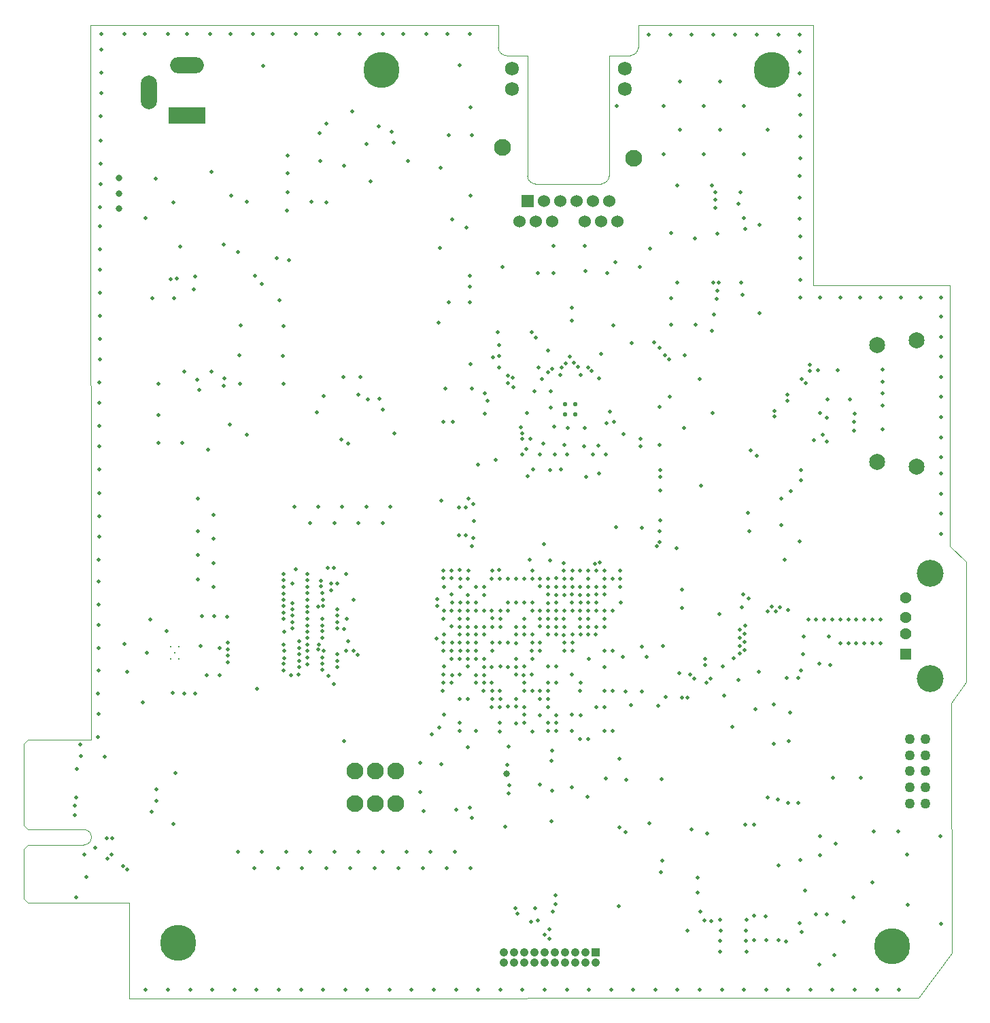
<source format=gbr>
G04 #@! TF.GenerationSoftware,KiCad,Pcbnew,(7.0.0)*
G04 #@! TF.CreationDate,2024-09-24T22:27:57+02:00*
G04 #@! TF.ProjectId,FPGA_dev_board,46504741-5f64-4657-965f-626f6172642e,rev?*
G04 #@! TF.SameCoordinates,Original*
G04 #@! TF.FileFunction,Copper,L7,Inr*
G04 #@! TF.FilePolarity,Positive*
%FSLAX46Y46*%
G04 Gerber Fmt 4.6, Leading zero omitted, Abs format (unit mm)*
G04 Created by KiCad (PCBNEW (7.0.0)) date 2024-09-24 22:27:57*
%MOMM*%
%LPD*%
G01*
G04 APERTURE LIST*
G04 #@! TA.AperFunction,ComponentPad*
%ADD10C,4.500000*%
G04 #@! TD*
G04 #@! TA.AperFunction,ComponentPad*
%ADD11C,0.300000*%
G04 #@! TD*
G04 #@! TA.AperFunction,ComponentPad*
%ADD12C,2.100000*%
G04 #@! TD*
G04 #@! TA.AperFunction,ComponentPad*
%ADD13R,1.530000X1.530000*%
G04 #@! TD*
G04 #@! TA.AperFunction,ComponentPad*
%ADD14C,1.530000*%
G04 #@! TD*
G04 #@! TA.AperFunction,ComponentPad*
%ADD15C,1.725000*%
G04 #@! TD*
G04 #@! TA.AperFunction,ComponentPad*
%ADD16R,4.600000X2.000000*%
G04 #@! TD*
G04 #@! TA.AperFunction,ComponentPad*
%ADD17O,4.200000X2.000000*%
G04 #@! TD*
G04 #@! TA.AperFunction,ComponentPad*
%ADD18O,2.000000X4.200000*%
G04 #@! TD*
G04 #@! TA.AperFunction,ComponentPad*
%ADD19R,1.060000X1.060000*%
G04 #@! TD*
G04 #@! TA.AperFunction,ComponentPad*
%ADD20C,1.060000*%
G04 #@! TD*
G04 #@! TA.AperFunction,ComponentPad*
%ADD21C,1.995000*%
G04 #@! TD*
G04 #@! TA.AperFunction,ComponentPad*
%ADD22C,1.270000*%
G04 #@! TD*
G04 #@! TA.AperFunction,ComponentPad*
%ADD23R,1.428000X1.428000*%
G04 #@! TD*
G04 #@! TA.AperFunction,ComponentPad*
%ADD24C,1.428000*%
G04 #@! TD*
G04 #@! TA.AperFunction,ComponentPad*
%ADD25C,3.346000*%
G04 #@! TD*
G04 #@! TA.AperFunction,ComponentPad*
%ADD26C,0.550000*%
G04 #@! TD*
G04 #@! TA.AperFunction,ViaPad*
%ADD27C,0.500000*%
G04 #@! TD*
G04 #@! TA.AperFunction,ViaPad*
%ADD28C,0.800000*%
G04 #@! TD*
G04 #@! TA.AperFunction,Profile*
%ADD29C,0.100000*%
G04 #@! TD*
G04 #@! TA.AperFunction,Profile*
%ADD30C,0.010000*%
G04 #@! TD*
G04 APERTURE END LIST*
D10*
X81640000Y-125240000D03*
D11*
X55420000Y-198590000D03*
X56420000Y-198590000D03*
X55920000Y-197840000D03*
X55420000Y-197090000D03*
X56420000Y-197090000D03*
D12*
X78370000Y-212590000D03*
X80910000Y-212590000D03*
X83450000Y-212590000D03*
D13*
X99833999Y-141559999D03*
D14*
X101866000Y-141560000D03*
X103898000Y-141560000D03*
X105930000Y-141560000D03*
X107962000Y-141560000D03*
X109994000Y-141560000D03*
X98818000Y-144100000D03*
X100850000Y-144100000D03*
X102882000Y-144100000D03*
X106946000Y-144100000D03*
X108978000Y-144100000D03*
X111010000Y-144100000D03*
D15*
X97889000Y-127590000D03*
X97889000Y-125050000D03*
X111939000Y-127590000D03*
X111939000Y-125050000D03*
D12*
X113069000Y-136230000D03*
X96759000Y-134830000D03*
D16*
X57459999Y-130879999D03*
D17*
X57459999Y-124579999D03*
D18*
X52659999Y-127979999D03*
D10*
X56360000Y-233980000D03*
D19*
X108279999Y-235229999D03*
D20*
X108280000Y-236500000D03*
X107010000Y-235230000D03*
X107010000Y-236500000D03*
X105740000Y-235230000D03*
X105740000Y-236500000D03*
X104470000Y-235230000D03*
X104470000Y-236500000D03*
X103200000Y-235230000D03*
X103200000Y-236500000D03*
X101930000Y-235230000D03*
X101930000Y-236500000D03*
X100660000Y-235230000D03*
X100660000Y-236500000D03*
X99390000Y-235230000D03*
X99390000Y-236500000D03*
X98120000Y-235230000D03*
X98120000Y-236500000D03*
X96850000Y-235230000D03*
X96850000Y-236500000D03*
D21*
X143370000Y-174020000D03*
X143370000Y-159520000D03*
X148320000Y-174620000D03*
X148320000Y-158920000D03*
D22*
X149400000Y-216620000D03*
X149400000Y-214620001D03*
X149400000Y-212620000D03*
X149400000Y-210619999D03*
X149400000Y-208620001D03*
X147399999Y-216620000D03*
X147399999Y-214620001D03*
X147399999Y-212620000D03*
X147399999Y-210619999D03*
X147399999Y-208620001D03*
D10*
X145270000Y-234470000D03*
D23*
X146969999Y-197979999D03*
D24*
X146970000Y-195480000D03*
X146970000Y-193480000D03*
X146970000Y-190980000D03*
D25*
X149970000Y-201050000D03*
X149970000Y-187910000D03*
D12*
X78370000Y-216680000D03*
X80910000Y-216680000D03*
X83450000Y-216680000D03*
D10*
X130270000Y-125210000D03*
D26*
X105795000Y-166885000D03*
X105795000Y-168135000D03*
X104545000Y-166885000D03*
X104545000Y-168135000D03*
D27*
X142810000Y-226460000D03*
X121780000Y-135670000D03*
X126780000Y-135670000D03*
X116780000Y-135670000D03*
X123780000Y-132670000D03*
X129780000Y-132670000D03*
X118780000Y-132670000D03*
X72794713Y-181642756D03*
X70794713Y-179642756D03*
X76780000Y-179670000D03*
X79780000Y-179670000D03*
X81780000Y-181670000D03*
X73780000Y-179670000D03*
X75780000Y-181670000D03*
X78780000Y-181670000D03*
X82780000Y-179670000D03*
X142780000Y-196670000D03*
X143780000Y-196670000D03*
X139780000Y-196670000D03*
X138780000Y-196670000D03*
X141780000Y-196670000D03*
X140780000Y-196670000D03*
X141780000Y-193670000D03*
X136780000Y-193670000D03*
X139780000Y-193670000D03*
X142780000Y-193670000D03*
X135780000Y-193670000D03*
X138780000Y-193670000D03*
X134780000Y-193670000D03*
X137780000Y-193670000D03*
X140780000Y-193670000D03*
X143780000Y-193670000D03*
X87780000Y-222670000D03*
X90780000Y-222670000D03*
X80780000Y-224670000D03*
X86780000Y-224670000D03*
X83780000Y-224670000D03*
X84780000Y-222670000D03*
X89821644Y-224669844D03*
X81780000Y-222670000D03*
X92780000Y-224670000D03*
X78780000Y-222670000D03*
X77780000Y-224670000D03*
X75780000Y-222670000D03*
X74821644Y-224669844D03*
X71780000Y-224670000D03*
X68780000Y-224670000D03*
X65780000Y-224670000D03*
X72780000Y-222670000D03*
X69780000Y-222670000D03*
X66780000Y-222670000D03*
X63780000Y-222670000D03*
X58780000Y-178670000D03*
X58780000Y-182670000D03*
X58780000Y-185670000D03*
X58780000Y-188670000D03*
X60780000Y-180670000D03*
X60780000Y-189670000D03*
X60780000Y-186670000D03*
X60780000Y-183670000D03*
X116780000Y-129670000D03*
X126780000Y-129670000D03*
X121780000Y-129670000D03*
X123780000Y-126670000D03*
X118780000Y-126670000D03*
X95407000Y-201600000D03*
X95432000Y-193575000D03*
X99407000Y-195600000D03*
X100382000Y-197625000D03*
X83270000Y-170510000D03*
X96432000Y-203575000D03*
X76650000Y-171260000D03*
X94444500Y-190637500D03*
X96432000Y-199575000D03*
X96432000Y-194625000D03*
X99382000Y-200625000D03*
X97407000Y-192600000D03*
X89070000Y-178860000D03*
X92470000Y-178610000D03*
X98400000Y-203610000D03*
X96307500Y-187560000D03*
X98432000Y-191575000D03*
X98407000Y-195600000D03*
X131070000Y-233680000D03*
X79750000Y-134420000D03*
X46760000Y-120740000D03*
X66910000Y-124690000D03*
X109620000Y-213490000D03*
X92700000Y-120740000D03*
X46660000Y-136900000D03*
X99432000Y-205575000D03*
X146102659Y-239860000D03*
X122984284Y-120810000D03*
X110432000Y-207625000D03*
X102407000Y-201600000D03*
X144060000Y-165540000D03*
X133770000Y-151340000D03*
X58990000Y-165110000D03*
X69502324Y-198512324D03*
X90407000Y-187575000D03*
X102432000Y-203625000D03*
X110420000Y-197590000D03*
X116240000Y-159800000D03*
X123480000Y-145600000D03*
X96432000Y-193650000D03*
X121040000Y-227740000D03*
X91382000Y-207625000D03*
X92950000Y-184560000D03*
X46620000Y-144700000D03*
X96130000Y-157900000D03*
X108210000Y-186790000D03*
X62450000Y-193370000D03*
X43647220Y-215858580D03*
X66105304Y-239860000D03*
X127450000Y-182660000D03*
X125675712Y-120810000D03*
X46550000Y-166690000D03*
X92700000Y-150890000D03*
X46590000Y-155890000D03*
X74810000Y-141680000D03*
X97450000Y-209560000D03*
X59160000Y-196990000D03*
X57829717Y-239860000D03*
X123860233Y-232471734D03*
X126920000Y-219250000D03*
X44930000Y-225790000D03*
X133960000Y-232640000D03*
X87220000Y-120740000D03*
X106432000Y-195600000D03*
X93407000Y-207575000D03*
X89407000Y-205575000D03*
X97407000Y-191600000D03*
X73754500Y-192076088D03*
X134130000Y-198030000D03*
X46690000Y-134030000D03*
X105387500Y-200577500D03*
X95432000Y-187625000D03*
X78950000Y-120740000D03*
X112010000Y-202720000D03*
X93190000Y-181410000D03*
X151280000Y-220730000D03*
X134390000Y-227450000D03*
X104410000Y-196590000D03*
X46570000Y-161290000D03*
X59270000Y-193240000D03*
X104407000Y-197600000D03*
X66770000Y-151900000D03*
X123690000Y-193050000D03*
X136291428Y-153560000D03*
X46590000Y-147570000D03*
X91432000Y-189630000D03*
X104432000Y-189625000D03*
X109382000Y-192575000D03*
X133770000Y-145957140D03*
X89370000Y-169106097D03*
X44620000Y-223000000D03*
X118490000Y-139630000D03*
X112080000Y-220210000D03*
X101130000Y-150490000D03*
X97407000Y-199600000D03*
X95432000Y-203575000D03*
X60020000Y-172550000D03*
X143795712Y-153560000D03*
X96300000Y-160890000D03*
X128220000Y-204900000D03*
X46560000Y-158760000D03*
X117490000Y-161310000D03*
X81820000Y-167550000D03*
X120292856Y-120810000D03*
X92720000Y-161880000D03*
X69440000Y-191230000D03*
X78220000Y-197610000D03*
X151360000Y-180531428D03*
X151330000Y-231620000D03*
X62820000Y-120740000D03*
X141372000Y-213448000D03*
X129580000Y-233690000D03*
X109432000Y-204625000D03*
X46640000Y-142300000D03*
X118517355Y-239860000D03*
X46760000Y-122670000D03*
X126690000Y-190610000D03*
X49630000Y-120740000D03*
X133750000Y-143780000D03*
X68863833Y-239860000D03*
X77470000Y-171810000D03*
X88173536Y-239860000D03*
X94444500Y-189637500D03*
X140450000Y-228330000D03*
X106407000Y-192600000D03*
X100419500Y-187612500D03*
X138180000Y-221610000D03*
X46730000Y-125540000D03*
X116320000Y-171980000D03*
X128070000Y-233690000D03*
X133750000Y-128340000D03*
X98382000Y-200600000D03*
X101966181Y-239860000D03*
X132550000Y-205290000D03*
X132310000Y-239860000D03*
X95432000Y-202600000D03*
X123400000Y-153710000D03*
X135068529Y-239860000D03*
X46520000Y-177990000D03*
X110530000Y-157030000D03*
X116727794Y-197046264D03*
X137510000Y-199400000D03*
X117050000Y-203380000D03*
X58290000Y-152520000D03*
X126070000Y-201210000D03*
X46500000Y-174960000D03*
X90930000Y-217400000D03*
X107483239Y-239860000D03*
X68130000Y-120740000D03*
X128730000Y-144520000D03*
X43717220Y-212328580D03*
X55380000Y-151290000D03*
X130540000Y-209220000D03*
X46410000Y-200050000D03*
X135720000Y-230490000D03*
X151340000Y-165975716D03*
X95850000Y-173840000D03*
X73530000Y-120740000D03*
X114120000Y-197130000D03*
X100407000Y-192600000D03*
X123820233Y-233791734D03*
X151340000Y-158471432D03*
X46670000Y-139430000D03*
X68920000Y-153880000D03*
X106407000Y-202600000D03*
X133750000Y-141088572D03*
X106432000Y-205625000D03*
X75365000Y-190030000D03*
X151360000Y-183032856D03*
X72415000Y-188830000D03*
X124034413Y-239860000D03*
X95410000Y-194600000D03*
X51920000Y-204050000D03*
X66184122Y-202325878D03*
X69440000Y-190455000D03*
X105070000Y-160960000D03*
X144070000Y-164030000D03*
X107432000Y-188625000D03*
X133750000Y-125648572D03*
X105320000Y-154840000D03*
X99432000Y-191625000D03*
X110241768Y-239860000D03*
X98432000Y-188600000D03*
X140585587Y-239860000D03*
X131058568Y-120810000D03*
X52460000Y-197860000D03*
X85415007Y-239860000D03*
X133750000Y-122957140D03*
X151360000Y-175528572D03*
X52900000Y-193730000D03*
X72950000Y-141640000D03*
X99407000Y-201600000D03*
X77139420Y-239860000D03*
X98070000Y-164730000D03*
X126650000Y-153210000D03*
X96290000Y-159530000D03*
X88490500Y-196085522D03*
X73639998Y-167850000D03*
X107419500Y-208612500D03*
X144070000Y-162530000D03*
X98407000Y-194600000D03*
X46540000Y-164160000D03*
X43627220Y-228318580D03*
X114910000Y-120810000D03*
X94500000Y-168040000D03*
X91432000Y-191600000D03*
X133770000Y-133528572D03*
X109382000Y-202575000D03*
X136250000Y-167950000D03*
X133770000Y-130837140D03*
X132060000Y-233810000D03*
X125340000Y-207070000D03*
X102430000Y-199583388D03*
X65690000Y-120740000D03*
X110830000Y-182220000D03*
X100457000Y-207650000D03*
X105330000Y-156450000D03*
X133790000Y-153560000D03*
X60290000Y-120740000D03*
X104724710Y-239860000D03*
X126090000Y-141860000D03*
X63760000Y-147890000D03*
X100432000Y-188625000D03*
X116990000Y-160730000D03*
X93680000Y-174410000D03*
X137330000Y-195840000D03*
X137827058Y-239860000D03*
X46490000Y-180860000D03*
X107444000Y-198611000D03*
X136150000Y-199190000D03*
X99870000Y-175870000D03*
X74380891Y-239860000D03*
X64090000Y-157070000D03*
X133770000Y-136220000D03*
X151300000Y-153560000D03*
X136160000Y-236720000D03*
X133750000Y-231540000D03*
X52160000Y-120740000D03*
X115960000Y-184530000D03*
X62040000Y-164590000D03*
X52312659Y-239860000D03*
X139970000Y-166270000D03*
X133910000Y-200020000D03*
X147220000Y-229230000D03*
X142950000Y-220100000D03*
X104380000Y-186680000D03*
X55071188Y-239860000D03*
X46500000Y-183390000D03*
X98457000Y-198575000D03*
X128367140Y-120810000D03*
X151340000Y-173480000D03*
X147130000Y-223040000D03*
X69490000Y-196830000D03*
X96420000Y-206590000D03*
X129551471Y-239860000D03*
X74760000Y-131930000D03*
X90932065Y-239860000D03*
X76400000Y-120740000D03*
X96420000Y-196560000D03*
X93080000Y-183530000D03*
X90390000Y-197605000D03*
X137200000Y-166250000D03*
X123220000Y-142370000D03*
X124136100Y-199520000D03*
X46390000Y-205450000D03*
X122680000Y-231290000D03*
X60860000Y-193290000D03*
X138500000Y-162670000D03*
X46360000Y-208320000D03*
X98382000Y-199625000D03*
X64079904Y-164357712D03*
X151340000Y-170978572D03*
X46710000Y-130940000D03*
X133750000Y-138397140D03*
X122780000Y-157699000D03*
X46570000Y-152970000D03*
X151340000Y-155970000D03*
X141294284Y-153560000D03*
X146297140Y-153560000D03*
X124350000Y-203210000D03*
X73829500Y-196829500D03*
X144060000Y-170030000D03*
X138792856Y-153560000D03*
X46380000Y-202920000D03*
X55750000Y-141690000D03*
X103382000Y-193625000D03*
X80310000Y-139100000D03*
X64920000Y-141610000D03*
X94540000Y-165510000D03*
X143344116Y-239860000D03*
X91407000Y-187550000D03*
X46530000Y-172090000D03*
X97350000Y-211850000D03*
X57070000Y-202970000D03*
X92670000Y-217180000D03*
X137880000Y-213448000D03*
X123830000Y-231120000D03*
X103070000Y-150520000D03*
X131130000Y-224360000D03*
X69490000Y-200055000D03*
X62010000Y-146930000D03*
X151340000Y-160972860D03*
X132360000Y-208830000D03*
X82656478Y-239860000D03*
X46460000Y-188990000D03*
X55030000Y-120740000D03*
X122880000Y-167970000D03*
X60588246Y-239860000D03*
X101370000Y-189590000D03*
X102650000Y-186340000D03*
X93407000Y-196600000D03*
X148798568Y-153560000D03*
X96340000Y-162320000D03*
X46600000Y-150100000D03*
X104420000Y-171980000D03*
X90390000Y-192590000D03*
X126792942Y-239860000D03*
X65930000Y-150890000D03*
X69860000Y-142730000D03*
X96407000Y-202600000D03*
X58420000Y-202930000D03*
X71000000Y-120740000D03*
X136040000Y-162660000D03*
X92770000Y-129900000D03*
X76165000Y-194030000D03*
X46430000Y-191860000D03*
X90540000Y-169096097D03*
X92720000Y-140860000D03*
X74490000Y-165830002D03*
X100407000Y-202600000D03*
X71622362Y-239860000D03*
X111394500Y-187612500D03*
X53860000Y-168230000D03*
X81820000Y-120740000D03*
X123820233Y-235131734D03*
X97072400Y-219550500D03*
X57420000Y-120740000D03*
X70565000Y-194030000D03*
X95407000Y-199600000D03*
X84350000Y-120740000D03*
X83180000Y-134290000D03*
X151340000Y-168477144D03*
X101382000Y-193625000D03*
X62920000Y-140870000D03*
X46520000Y-169560000D03*
X103407000Y-206600000D03*
X63996200Y-160810000D03*
X69490000Y-188830000D03*
X115758826Y-239860000D03*
X151360000Y-178030000D03*
X114090000Y-202690000D03*
X101230000Y-162290000D03*
X133770000Y-148648572D03*
X63346775Y-239860000D03*
X53890000Y-164350000D03*
X100407000Y-196625000D03*
X112810000Y-159250000D03*
X113000297Y-239860000D03*
X91432000Y-188590000D03*
X109720000Y-150540000D03*
X69490000Y-192830000D03*
X69990000Y-138120000D03*
X77240000Y-188030000D03*
X115630000Y-159140000D03*
X56140000Y-151240000D03*
X59890000Y-200650000D03*
X93110000Y-179300000D03*
X46440000Y-194390000D03*
X133800000Y-223690000D03*
X99394000Y-199586000D03*
X144020000Y-167030000D03*
X79897949Y-239860000D03*
X46470000Y-186260000D03*
X99432000Y-194625000D03*
X107030000Y-150310000D03*
X117710000Y-153629000D03*
X108960000Y-160600000D03*
X112090000Y-213660000D03*
X89830000Y-120740000D03*
X69950000Y-135910000D03*
X121275884Y-239860000D03*
X93430000Y-191590000D03*
X61500000Y-200640000D03*
X138070000Y-235550000D03*
X75750500Y-201725521D03*
X97407000Y-196600000D03*
X92432000Y-190625000D03*
X100840000Y-158540000D03*
X118440000Y-151709000D03*
X109408500Y-194601500D03*
X92407000Y-203600000D03*
X46410000Y-197260000D03*
X46740000Y-128070000D03*
X131450000Y-181940000D03*
X69950000Y-140450000D03*
X73980000Y-133110000D03*
X130520000Y-204290000D03*
X151340000Y-163474288D03*
X117601428Y-120810000D03*
X133750000Y-120810000D03*
X120240000Y-219870000D03*
X128630000Y-200230000D03*
X121370000Y-230090000D03*
X128690000Y-155529000D03*
X108810000Y-186559500D03*
X122190000Y-220360000D03*
X128060000Y-230660000D03*
X101382000Y-196625000D03*
X99400000Y-202580000D03*
X98432500Y-196632500D03*
X127370000Y-191120000D03*
X117700000Y-156919000D03*
X100407000Y-195575000D03*
X101361921Y-188633502D03*
X120730000Y-156959000D03*
X129520000Y-230680000D03*
X100419500Y-198612500D03*
X123030000Y-155729000D03*
X100432000Y-191600000D03*
X132080000Y-200990000D03*
X78760000Y-165680000D03*
X90450000Y-143860000D03*
X58690000Y-163800000D03*
X69410000Y-160860000D03*
D28*
X49000000Y-140660000D03*
D27*
X69450000Y-157130000D03*
X79030000Y-163510000D03*
X122930000Y-151719000D03*
X123190000Y-141380000D03*
X123450000Y-152699000D03*
X69450000Y-164360000D03*
X122840000Y-139620000D03*
X135500000Y-171370000D03*
D28*
X48980000Y-138700000D03*
D27*
X53130000Y-153680000D03*
X76920000Y-163480000D03*
X77980000Y-130410000D03*
X89580000Y-164910000D03*
X57100000Y-162820000D03*
X79950000Y-166270000D03*
X90000000Y-154170000D03*
D28*
X48960000Y-142470000D03*
D27*
X92875000Y-133315000D03*
X58440000Y-150970000D03*
X88950000Y-147420000D03*
X119050000Y-192280000D03*
X111270000Y-219580000D03*
X121850000Y-231200000D03*
X121420000Y-176990000D03*
X137070000Y-168570000D03*
X114120000Y-182270000D03*
X136570000Y-170650000D03*
X103432000Y-201600000D03*
X111280000Y-211020000D03*
X102610000Y-175050000D03*
X106920000Y-172130000D03*
X116340000Y-175890000D03*
X131870000Y-186230000D03*
X106432000Y-191575000D03*
X119400000Y-160730000D03*
X146040000Y-220120000D03*
X103970000Y-174980000D03*
X107166847Y-175888173D03*
X136220000Y-220750000D03*
X131460000Y-178610000D03*
X121290000Y-163740000D03*
X108770000Y-175520000D03*
X102407000Y-206600000D03*
X96725000Y-149790000D03*
X109407000Y-207600000D03*
X119110000Y-189950000D03*
X109432000Y-199625000D03*
X114690000Y-198380000D03*
X121040000Y-225870000D03*
X106394500Y-208587500D03*
X91350000Y-124590000D03*
X102750000Y-165290000D03*
X105330000Y-214590000D03*
X116150000Y-204430000D03*
X101407000Y-192600000D03*
X94890000Y-166410000D03*
X127020000Y-233760000D03*
X137100000Y-230490000D03*
X126510500Y-192160000D03*
X43470000Y-216919080D03*
X113880000Y-172150000D03*
X103369500Y-199587500D03*
X105407000Y-197600000D03*
X106388500Y-187601500D03*
X132580000Y-177660000D03*
X139230000Y-231380000D03*
X97460000Y-215380000D03*
X98432000Y-206625000D03*
X111710000Y-198320000D03*
X101407000Y-203600000D03*
X113810000Y-149780000D03*
X108407000Y-194600000D03*
X137130000Y-171540000D03*
X125490000Y-198540000D03*
X76980000Y-208860000D03*
X84990000Y-136540000D03*
X108407000Y-204600000D03*
X110432000Y-192625000D03*
X109432000Y-190600000D03*
X111760000Y-170550000D03*
X128020000Y-219270000D03*
X109382000Y-197575000D03*
X118700000Y-200410000D03*
X43440000Y-218090000D03*
X103400000Y-188560000D03*
X118420000Y-184800000D03*
X49950000Y-200220000D03*
X110432000Y-202625000D03*
X74000000Y-136590000D03*
X86440000Y-215230000D03*
X105382000Y-205575000D03*
X99800000Y-167990000D03*
X105407000Y-195575000D03*
X89000000Y-137380000D03*
X127080000Y-235140000D03*
X89070000Y-211730000D03*
X88730000Y-156710000D03*
X127070000Y-232440000D03*
X76990000Y-137160000D03*
X136230000Y-223080000D03*
X106432000Y-201575000D03*
X102883485Y-210012077D03*
X103432000Y-192575000D03*
X127100000Y-231120000D03*
X100570000Y-174970000D03*
X133580000Y-200990000D03*
X134230000Y-195830000D03*
X116350000Y-181350000D03*
X49640000Y-196790000D03*
X44200000Y-210760000D03*
X46030000Y-222110000D03*
X47220000Y-210810000D03*
X60500000Y-137890000D03*
X55850000Y-153680000D03*
X68620000Y-148660000D03*
X70160000Y-148930000D03*
X95407000Y-204600000D03*
X62800000Y-169370000D03*
X91407000Y-192600000D03*
X92920000Y-218440000D03*
X94382000Y-202575000D03*
X69465000Y-189630000D03*
X69527500Y-197630000D03*
X94432000Y-194625000D03*
X77215000Y-197630000D03*
X69490000Y-192030000D03*
X53870000Y-171700000D03*
X76165000Y-194830000D03*
X91407000Y-203600000D03*
X75765000Y-187280000D03*
X91407000Y-195600000D03*
X92407000Y-198600000D03*
X78650000Y-198070500D03*
X70565000Y-193230000D03*
X56870000Y-171670000D03*
X89440000Y-189630000D03*
X91407000Y-206600000D03*
X55690000Y-202860000D03*
X69490000Y-199230000D03*
X70565000Y-194830000D03*
X77310000Y-193580000D03*
X92420000Y-209610000D03*
X89390000Y-200580000D03*
X96350000Y-207640000D03*
X61470000Y-197240000D03*
X69490000Y-188030000D03*
X78194479Y-191229500D03*
X64880000Y-170650000D03*
X100075715Y-186239500D03*
X102720000Y-167280000D03*
X109710000Y-169270000D03*
X100350000Y-157880000D03*
X100740000Y-165240000D03*
X98030000Y-163530000D03*
X116250000Y-167200000D03*
X126920000Y-145030000D03*
X102380000Y-160170000D03*
X126740000Y-143640000D03*
X117710000Y-145510000D03*
X101820000Y-171780000D03*
X106950000Y-169840000D03*
X120710000Y-146220000D03*
X100200000Y-171190000D03*
X93400000Y-189610000D03*
X95407000Y-188600000D03*
X97420000Y-163270000D03*
X99432000Y-188625000D03*
X54930000Y-195180000D03*
X69490000Y-193605000D03*
X77480000Y-196450000D03*
X62490000Y-196600000D03*
X62490000Y-199060000D03*
X62490000Y-198190000D03*
X62490000Y-197390000D03*
X92130000Y-183200000D03*
X92432000Y-188625000D03*
X92120000Y-179720000D03*
X49449732Y-224401092D03*
X91340000Y-183190000D03*
X92502000Y-187610000D03*
X91330000Y-179740000D03*
X49944708Y-224896068D03*
X110080000Y-167760000D03*
X117530000Y-165970000D03*
X106990000Y-147120000D03*
X103100000Y-147150000D03*
X108710000Y-163670000D03*
X101600000Y-163740000D03*
X103910853Y-163238917D03*
X106420000Y-163190609D03*
X116370000Y-175040000D03*
X102407000Y-188600000D03*
X104407000Y-188625000D03*
X116390000Y-177600000D03*
X105407000Y-187600000D03*
X116300000Y-182700000D03*
X116320000Y-184020000D03*
X105382000Y-188625000D03*
X102407000Y-189625000D03*
X133710000Y-183940000D03*
X133910000Y-176370000D03*
X104382000Y-187600000D03*
X44137220Y-209318580D03*
X107280000Y-215780000D03*
X102394500Y-202587500D03*
X55960000Y-212850000D03*
X132300000Y-216600000D03*
X131000000Y-216120000D03*
X102419500Y-204612500D03*
X102860000Y-218890000D03*
X55770000Y-219190000D03*
X129720000Y-215910000D03*
X53597220Y-214888580D03*
X97570000Y-214350000D03*
X101420500Y-202593139D03*
X53047220Y-217668580D03*
X102407000Y-193600000D03*
X102870000Y-215030000D03*
X48022386Y-223003414D03*
X94432000Y-192625000D03*
X95407000Y-192600000D03*
X47492054Y-223533746D03*
X96407000Y-188600000D03*
X48137220Y-220958580D03*
X47437220Y-220958580D03*
X97407000Y-188600000D03*
X133580000Y-216570000D03*
X53597220Y-216308580D03*
X101407000Y-205600000D03*
X102840000Y-211330000D03*
X107845269Y-162755984D03*
X105603285Y-161696560D03*
X107364435Y-162275150D03*
X106084119Y-162177394D03*
X97420000Y-164240000D03*
X95570000Y-161060000D03*
X110790000Y-149150000D03*
X115090000Y-147450000D03*
X110910000Y-129730000D03*
X104090487Y-162284697D03*
X104571321Y-161803863D03*
X102867295Y-162446461D03*
X102386461Y-162927295D03*
X119060000Y-203480000D03*
X134960000Y-161980000D03*
X102382000Y-194600000D03*
X121990000Y-199340000D03*
X130587967Y-167719859D03*
X107432000Y-195600000D03*
X108357000Y-195550000D03*
X130587967Y-168419859D03*
X121990000Y-198640000D03*
X127300000Y-180370000D03*
X140540000Y-168020000D03*
X105407000Y-196600000D03*
X140510000Y-169040000D03*
X127630000Y-172650000D03*
X106369500Y-193637500D03*
X140460000Y-170150000D03*
X128400000Y-173320000D03*
X107369500Y-193637500D03*
X105382000Y-207575000D03*
X102590000Y-232300000D03*
X102560000Y-233480000D03*
X103310000Y-229200000D03*
X101930000Y-233020000D03*
X100280000Y-231390000D03*
X102382000Y-207575000D03*
X103320000Y-228060000D03*
X96449123Y-239860000D03*
X99207652Y-239860000D03*
X93690594Y-239860000D03*
X103407000Y-205603000D03*
X103382000Y-207575000D03*
X102980000Y-230070000D03*
X101130000Y-231200000D03*
X98340000Y-229710000D03*
X98550000Y-230400000D03*
X100800000Y-229670000D03*
X101421000Y-194586000D03*
X134950000Y-162680000D03*
X119760000Y-203480000D03*
X122631799Y-201041467D03*
X133954834Y-163694834D03*
X104382000Y-193625000D03*
X104407000Y-194600000D03*
X134485166Y-164225166D03*
X122101467Y-201571799D03*
X92230000Y-144840000D03*
X123650000Y-151750000D03*
X92650000Y-152180000D03*
X92690000Y-154160000D03*
X123230000Y-140450000D03*
X60490000Y-162790000D03*
X90030000Y-133310000D03*
X116550000Y-213630000D03*
X101390000Y-214280000D03*
X115010000Y-219130000D03*
X99432000Y-193625000D03*
X112760000Y-204360000D03*
X81380000Y-166220000D03*
X52280000Y-143650000D03*
X56560000Y-147180000D03*
X126400000Y-151700000D03*
X126360000Y-140420000D03*
X62130000Y-163620000D03*
X53510000Y-138720000D03*
X82910000Y-132920000D03*
X72440000Y-197630000D03*
X95420000Y-197560000D03*
X90415000Y-200605000D03*
X74315000Y-198455000D03*
X93407000Y-198600000D03*
X72440000Y-198430000D03*
X71365000Y-198030000D03*
X94407000Y-199600000D03*
X90407000Y-201600000D03*
X76165000Y-198830000D03*
X95440000Y-196577000D03*
X71365000Y-198830000D03*
X76165000Y-199630000D03*
X92395000Y-199580000D03*
X71365000Y-199630000D03*
X89250000Y-202590000D03*
X94440000Y-200605000D03*
X75040000Y-200760000D03*
X72415000Y-199255000D03*
X94430000Y-198600000D03*
X74315000Y-196030000D03*
X93394500Y-197587500D03*
X89394500Y-201612500D03*
X74315000Y-199230000D03*
X74440000Y-197630500D03*
X89407000Y-199575000D03*
X71290000Y-200520000D03*
X90407000Y-198600000D03*
X74315000Y-200005000D03*
X94432000Y-201600000D03*
X71365000Y-197230000D03*
X94419500Y-195587500D03*
X91415000Y-200555000D03*
X76140000Y-198005000D03*
X91420000Y-198590000D03*
X72440000Y-196830000D03*
X91432000Y-197625000D03*
X77020000Y-194850000D03*
X70360000Y-200650000D03*
X93382500Y-192605000D03*
X71365000Y-196430000D03*
X72390000Y-194430000D03*
X89394500Y-197587500D03*
X72390000Y-195230000D03*
X92432000Y-197600000D03*
X92432000Y-195600000D03*
X72415000Y-196030000D03*
X69540000Y-195230000D03*
X92407000Y-196625000D03*
X108407000Y-189600000D03*
X110610000Y-169050000D03*
X108394500Y-191612500D03*
X107990000Y-173110000D03*
X103382000Y-191625000D03*
X101910000Y-184290000D03*
X107382000Y-192600000D03*
X113920000Y-171160000D03*
X104394500Y-190637500D03*
X104790000Y-173130000D03*
X96432000Y-192625000D03*
X103369500Y-190637500D03*
X103250000Y-173130000D03*
X105394500Y-190612500D03*
X101400000Y-173130000D03*
X105394500Y-191612500D03*
X99160000Y-173150000D03*
X109560000Y-173100000D03*
X106394500Y-189612500D03*
X133930000Y-175050000D03*
X101407000Y-197600000D03*
X105408500Y-189598500D03*
X100400000Y-200590000D03*
X86440000Y-211550000D03*
X88820000Y-207160000D03*
X96407000Y-204600000D03*
X116580000Y-223750000D03*
X107382000Y-194625000D03*
X106382000Y-194650000D03*
X116470000Y-225220000D03*
X119740000Y-232450000D03*
X104382000Y-195625000D03*
X103446000Y-194614000D03*
X111220000Y-229430000D03*
X74360000Y-192030000D03*
X93432000Y-195600000D03*
X91419500Y-193587500D03*
X72415000Y-191230000D03*
X93440000Y-200605000D03*
X74293434Y-194480000D03*
X74293434Y-195180000D03*
X93440000Y-201575500D03*
X74315000Y-193630000D03*
X91419500Y-194612500D03*
X92444500Y-194637500D03*
X70590000Y-192455000D03*
X75370000Y-189230000D03*
X92400000Y-191590000D03*
X89394500Y-193587500D03*
X74315000Y-190430000D03*
X90394500Y-194587500D03*
X74381811Y-191230000D03*
X72440000Y-190430000D03*
X89419500Y-192587500D03*
X89419500Y-195587500D03*
X76160000Y-192420000D03*
X92419500Y-193587500D03*
X70565000Y-191630000D03*
X89394500Y-196587500D03*
X76165000Y-193230000D03*
X72390000Y-193630500D03*
X93432000Y-194625000D03*
X92432000Y-192625000D03*
X70965000Y-187405000D03*
X74940000Y-187280000D03*
X90407000Y-188575000D03*
X74152875Y-188880000D03*
X88557000Y-191200000D03*
X88557000Y-192000000D03*
X74152875Y-189580000D03*
X70570000Y-189230000D03*
X90394500Y-190562500D03*
X89365000Y-188555000D03*
X72390000Y-189630000D03*
X89394500Y-187587500D03*
X72415000Y-188030000D03*
X76170000Y-189230000D03*
X90426000Y-191591000D03*
X120112512Y-200562512D03*
X132215194Y-165717338D03*
X103407000Y-195600000D03*
X132215194Y-166417338D03*
X102432000Y-195575000D03*
X120607488Y-201057488D03*
X102394500Y-191637500D03*
X99670000Y-172470000D03*
X102382000Y-192625000D03*
X97432000Y-204575000D03*
X87930000Y-208050000D03*
X102407000Y-190600000D03*
X98995000Y-169785000D03*
X103120000Y-169700000D03*
X103410000Y-189600000D03*
X98432000Y-204575000D03*
X99407000Y-204600000D03*
X104432000Y-192625000D03*
X99190000Y-171220000D03*
X129760000Y-192650000D03*
X106382000Y-190625000D03*
X99190000Y-170480000D03*
X105407000Y-192600000D03*
X86890000Y-217540000D03*
X81290000Y-132210000D03*
X92900000Y-164930000D03*
X126880000Y-195480000D03*
X111407000Y-189600000D03*
X107407000Y-189625000D03*
X104810000Y-169790000D03*
X119290000Y-169800000D03*
X107394500Y-191612500D03*
X126290000Y-196000000D03*
X109407000Y-189600000D03*
X107432000Y-190625000D03*
X108630000Y-172020000D03*
X108407000Y-190600000D03*
X126870000Y-196470000D03*
X99432000Y-206600000D03*
D28*
X97240000Y-212930000D03*
D27*
X110407000Y-188625000D03*
X126300000Y-194970000D03*
X126910000Y-194460000D03*
X111407000Y-188600000D03*
X109407000Y-193600000D03*
X126300000Y-197970000D03*
X108382000Y-192600000D03*
X126870000Y-197480000D03*
X111432000Y-191600000D03*
X126270000Y-196980000D03*
X109432000Y-188600000D03*
X130260000Y-192130000D03*
X130750000Y-192650000D03*
X109432000Y-187575000D03*
X108407000Y-187575000D03*
X131260000Y-192160000D03*
X107407000Y-187575000D03*
X132270000Y-192490000D03*
X72421858Y-192780000D03*
X90419500Y-196612500D03*
X91407000Y-196575000D03*
X72421858Y-192080000D03*
X73790000Y-197430000D03*
D29*
X152700000Y-235280000D02*
X152630000Y-204100000D01*
X96204000Y-119620000D02*
X45860000Y-119590000D01*
X45540000Y-228990000D02*
X50225000Y-228990000D01*
X135440000Y-119660000D02*
X135410000Y-152050000D01*
X135440000Y-119660000D02*
X113624000Y-119620000D01*
X50225000Y-228990000D02*
X50225000Y-240910000D01*
X45540000Y-208690000D02*
X45400000Y-119590000D01*
X154470000Y-186520000D02*
X152470000Y-184520000D01*
X152700000Y-235280000D02*
X148580000Y-240850000D01*
X135410000Y-152050000D02*
X152350000Y-152040000D01*
X152630000Y-204100000D02*
X154470000Y-201520000D01*
X148580000Y-240850000D02*
X50225000Y-240910000D01*
X45400000Y-119590000D02*
X45860000Y-119590000D01*
X152470000Y-184520000D02*
X152450000Y-152170000D01*
X152450000Y-152040000D02*
X152450000Y-152170000D01*
X152350000Y-152040000D02*
X152450000Y-152040000D01*
X154470000Y-201520000D02*
X154470000Y-186520000D01*
D30*
X113624000Y-119620000D02*
X113624000Y-122410000D01*
X112634000Y-123400000D02*
X109994000Y-123400000D01*
X109994000Y-123400000D02*
X109994000Y-138410000D01*
X109004000Y-139400000D02*
X100824000Y-139400000D01*
X99834000Y-138410000D02*
X99834000Y-123400000D01*
X99834000Y-123400000D02*
X97194000Y-123400000D01*
X96204000Y-122410000D02*
X96204000Y-119620000D01*
X112634000Y-123400000D02*
G75*
G03*
X113624000Y-122410000I1J989999D01*
G01*
X109004000Y-139400000D02*
G75*
G03*
X109994000Y-138410000I1J989999D01*
G01*
X99834000Y-138410000D02*
G75*
G03*
X100824000Y-139400000I990000J0D01*
G01*
X96204000Y-122410000D02*
G75*
G03*
X97194000Y-123400000I990000J0D01*
G01*
D29*
X45540000Y-208690000D02*
X37640000Y-208690000D01*
X37640000Y-208690000D02*
X37140000Y-209190000D01*
X37140000Y-209190000D02*
X37140000Y-219390000D01*
X44590000Y-219890000D02*
X37640000Y-219890000D01*
X37640000Y-219890000D02*
X37140000Y-219390000D01*
X44590000Y-221790000D02*
X37640000Y-221790000D01*
X37640000Y-221790000D02*
X37140000Y-222290000D01*
X37140000Y-222290000D02*
X37140000Y-228490000D01*
X45540000Y-228990000D02*
X37640000Y-228990000D01*
X37640000Y-228990000D02*
X37140000Y-228490000D01*
X44590000Y-221790000D02*
G75*
G03*
X44590000Y-219890000I0J950000D01*
G01*
M02*

</source>
